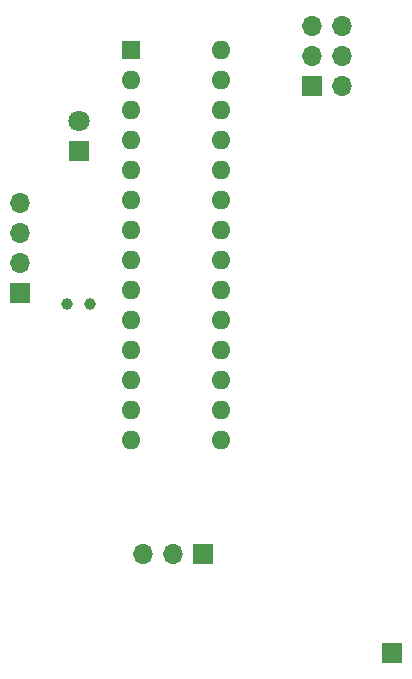
<source format=gbs>
%TF.GenerationSoftware,KiCad,Pcbnew,8.0.4*%
%TF.CreationDate,2024-12-21T23:10:03-05:00*%
%TF.ProjectId,Reaction Wheel,52656163-7469-46f6-9e20-576865656c2e,rev?*%
%TF.SameCoordinates,Original*%
%TF.FileFunction,Soldermask,Bot*%
%TF.FilePolarity,Negative*%
%FSLAX46Y46*%
G04 Gerber Fmt 4.6, Leading zero omitted, Abs format (unit mm)*
G04 Created by KiCad (PCBNEW 8.0.4) date 2024-12-21 23:10:03*
%MOMM*%
%LPD*%
G01*
G04 APERTURE LIST*
%ADD10R,1.800000X1.800000*%
%ADD11C,1.800000*%
%ADD12R,1.700000X1.700000*%
%ADD13O,1.700000X1.700000*%
%ADD14R,1.600000X1.600000*%
%ADD15O,1.600000X1.600000*%
%ADD16C,1.000000*%
G04 APERTURE END LIST*
D10*
%TO.C,D1*%
X55500000Y-63540000D03*
D11*
X55500000Y-61000000D03*
%TD*%
D12*
%TO.C,J3*%
X75210000Y-58025000D03*
D13*
X77750000Y-58025000D03*
X75210000Y-55485000D03*
X77750000Y-55485000D03*
X75210000Y-52945000D03*
X77750000Y-52945000D03*
%TD*%
D12*
%TO.C,J2*%
X50500000Y-75500000D03*
D13*
X50500000Y-72960000D03*
X50500000Y-70420000D03*
X50500000Y-67880000D03*
%TD*%
D12*
%TO.C,J1*%
X66025000Y-97625000D03*
D13*
X63485000Y-97625000D03*
X60945000Y-97625000D03*
%TD*%
D14*
%TO.C,U2*%
X59880000Y-54960000D03*
D15*
X59880000Y-57500000D03*
X59880000Y-60040000D03*
X59880000Y-62580000D03*
X59880000Y-65120000D03*
X59880000Y-67660000D03*
X59880000Y-70200000D03*
X59880000Y-72740000D03*
X59880000Y-75280000D03*
X59880000Y-77820000D03*
X59880000Y-80360000D03*
X59880000Y-82900000D03*
X59880000Y-85440000D03*
X59880000Y-87980000D03*
X67500000Y-87980000D03*
X67500000Y-85440000D03*
X67500000Y-82900000D03*
X67500000Y-80360000D03*
X67500000Y-77820000D03*
X67500000Y-75280000D03*
X67500000Y-72740000D03*
X67500000Y-70200000D03*
X67500000Y-67660000D03*
X67500000Y-65120000D03*
X67500000Y-62580000D03*
X67500000Y-60040000D03*
X67500000Y-57500000D03*
X67500000Y-54960000D03*
%TD*%
D16*
%TO.C,Y2*%
X54500000Y-76500000D03*
X56400000Y-76500000D03*
%TD*%
D12*
%TO.C,TP1*%
X82000000Y-106000000D03*
%TD*%
M02*

</source>
